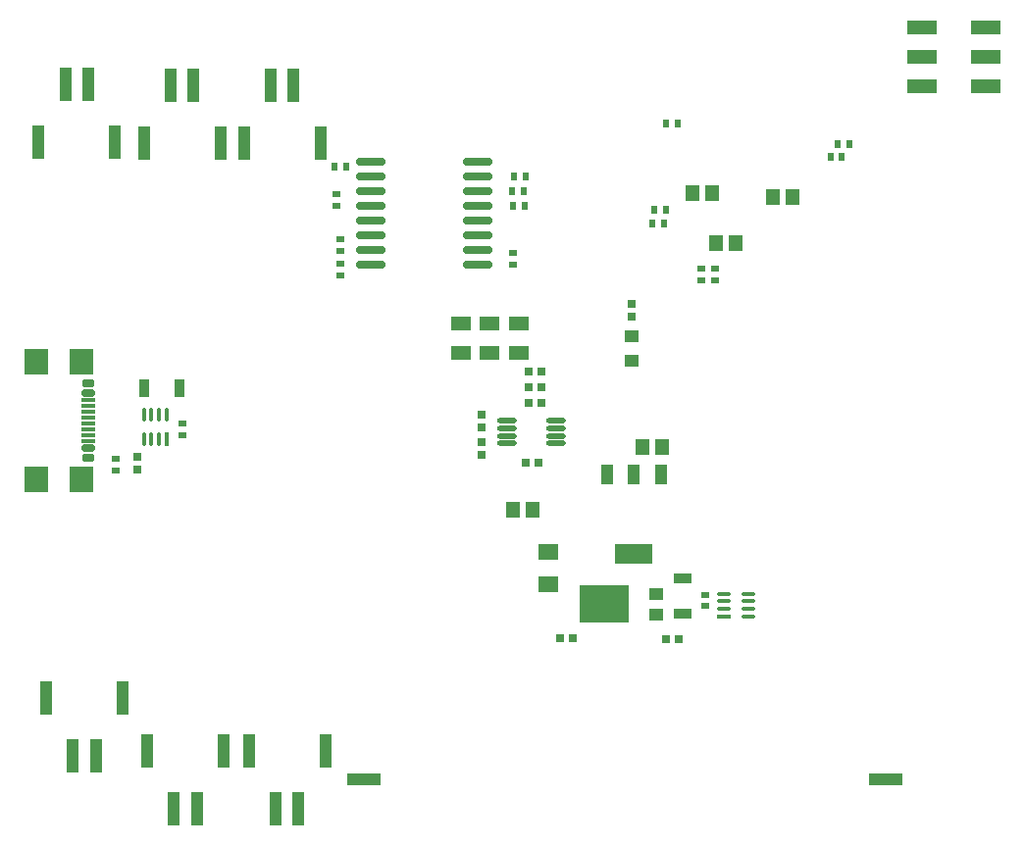
<source format=gbp>
G04*
G04 #@! TF.GenerationSoftware,Altium Limited,Altium Designer,22.1.2 (22)*
G04*
G04 Layer_Color=128*
%FSLAX44Y44*%
%MOMM*%
G71*
G04*
G04 #@! TF.SameCoordinates,580B55D7-DBA2-4C77-87B0-4A933D30A280*
G04*
G04*
G04 #@! TF.FilePolarity,Positive*
G04*
G01*
G75*
%ADD15R,0.7500X0.6500*%
%ADD20R,0.6500X0.7500*%
%ADD21R,0.6400X0.5400*%
%ADD28R,0.3750X1.1565*%
G04:AMPARAMS|DCode=29|XSize=1.1565mm|YSize=0.375mm|CornerRadius=0.1875mm|HoleSize=0mm|Usage=FLASHONLY|Rotation=90.000|XOffset=0mm|YOffset=0mm|HoleType=Round|Shape=RoundedRectangle|*
%AMROUNDEDRECTD29*
21,1,1.1565,0.0000,0,0,90.0*
21,1,0.7815,0.3750,0,0,90.0*
1,1,0.3750,0.0000,0.3908*
1,1,0.3750,0.0000,-0.3908*
1,1,0.3750,0.0000,-0.3908*
1,1,0.3750,0.0000,0.3908*
%
%ADD29ROUNDEDRECTD29*%
%ADD37R,0.5400X0.6400*%
%ADD38R,0.9000X1.6500*%
%ADD43R,1.2000X1.1000*%
%ADD44R,1.8000X1.3500*%
%ADD45R,0.6500X0.5500*%
%ADD46R,0.5500X0.6500*%
%ADD117R,2.5400X1.2700*%
%ADD118R,1.1500X0.3000*%
G04:AMPARAMS|DCode=119|XSize=0.6mm|YSize=1.15mm|CornerRadius=0.15mm|HoleSize=0mm|Usage=FLASHONLY|Rotation=90.000|XOffset=0mm|YOffset=0mm|HoleType=Round|Shape=RoundedRectangle|*
%AMROUNDEDRECTD119*
21,1,0.6000,0.8500,0,0,90.0*
21,1,0.3000,1.1500,0,0,90.0*
1,1,0.3000,0.4250,0.1500*
1,1,0.3000,0.4250,-0.1500*
1,1,0.3000,-0.4250,-0.1500*
1,1,0.3000,-0.4250,0.1500*
%
%ADD119ROUNDEDRECTD119*%
G04:AMPARAMS|DCode=120|XSize=0.6mm|YSize=1.1mm|CornerRadius=0.15mm|HoleSize=0mm|Usage=FLASHONLY|Rotation=90.000|XOffset=0mm|YOffset=0mm|HoleType=Round|Shape=RoundedRectangle|*
%AMROUNDEDRECTD120*
21,1,0.6000,0.8000,0,0,90.0*
21,1,0.3000,1.1000,0,0,90.0*
1,1,0.3000,0.4000,0.1500*
1,1,0.3000,0.4000,-0.1500*
1,1,0.3000,-0.4000,-0.1500*
1,1,0.3000,-0.4000,0.1500*
%
%ADD120ROUNDEDRECTD120*%
%ADD121R,2.0000X2.1800*%
%ADD122R,1.0000X3.0000*%
%ADD123R,3.0000X1.0000*%
%ADD124O,1.7000X0.4500*%
%ADD125R,1.1565X0.3750*%
G04:AMPARAMS|DCode=126|XSize=1.1565mm|YSize=0.375mm|CornerRadius=0.1875mm|HoleSize=0mm|Usage=FLASHONLY|Rotation=0.000|XOffset=0mm|YOffset=0mm|HoleType=Round|Shape=RoundedRectangle|*
%AMROUNDEDRECTD126*
21,1,1.1565,0.0000,0,0,0.0*
21,1,0.7815,0.3750,0,0,0.0*
1,1,0.3750,0.3908,0.0000*
1,1,0.3750,-0.3908,0.0000*
1,1,0.3750,-0.3908,0.0000*
1,1,0.3750,0.3908,0.0000*
%
%ADD126ROUNDEDRECTD126*%
%ADD127R,1.2000X1.4000*%
%ADD128R,1.6500X0.9000*%
%ADD129R,1.7062X1.1544*%
%ADD130O,2.6000X0.7000*%
%ADD131R,1.1500X1.1000*%
%ADD132R,4.3500X3.2000*%
%ADD133R,3.2500X1.7000*%
%ADD134R,1.0000X1.7000*%
D15*
X401643Y353942D02*
D03*
Y364942D02*
D03*
Y330500D02*
D03*
Y341500D02*
D03*
X530583Y461099D02*
D03*
Y450099D02*
D03*
X103884Y317408D02*
D03*
Y328408D02*
D03*
D20*
X452889Y388920D02*
D03*
X441889D02*
D03*
Y375420D02*
D03*
X452889D02*
D03*
X439639Y323920D02*
D03*
X450639D02*
D03*
X441889Y402420D02*
D03*
X452889D02*
D03*
X560500Y171000D02*
D03*
X571500D02*
D03*
X469500Y172000D02*
D03*
X480500D02*
D03*
D21*
X143385Y357525D02*
D03*
Y347525D02*
D03*
X602920Y481406D02*
D03*
Y491406D02*
D03*
X591420Y481406D02*
D03*
Y491406D02*
D03*
X594500Y199670D02*
D03*
Y209670D02*
D03*
X279456Y485448D02*
D03*
Y495448D02*
D03*
X279626Y506904D02*
D03*
Y516904D02*
D03*
X428819Y504674D02*
D03*
Y494674D02*
D03*
X86000Y326616D02*
D03*
Y316616D02*
D03*
D28*
X129342Y344266D02*
D03*
D29*
X122842D02*
D03*
X116342D02*
D03*
X109842D02*
D03*
Y365283D02*
D03*
X116342D02*
D03*
X122842D02*
D03*
X129342D02*
D03*
D37*
X718883Y598906D02*
D03*
X708883D02*
D03*
X712420Y587406D02*
D03*
X702420D02*
D03*
X548587Y530074D02*
D03*
X558587D02*
D03*
X550420Y542406D02*
D03*
X560420D02*
D03*
X570481Y616345D02*
D03*
X560481D02*
D03*
X438861Y545332D02*
D03*
X428861D02*
D03*
D38*
X110345Y388380D02*
D03*
X140845D02*
D03*
D43*
X530868Y432654D02*
D03*
Y411653D02*
D03*
D44*
X458750Y219000D02*
D03*
Y247000D02*
D03*
D45*
X276500Y555250D02*
D03*
Y545250D02*
D03*
D46*
X284250Y579500D02*
D03*
X274250D02*
D03*
X437519Y558130D02*
D03*
X427519D02*
D03*
X439236Y570560D02*
D03*
X429236D02*
D03*
D117*
X781798Y648600D02*
D03*
X836398D02*
D03*
X781798Y674000D02*
D03*
X836398D02*
D03*
X781798Y699400D02*
D03*
X836398D02*
D03*
D118*
X61800Y377500D02*
D03*
Y372500D02*
D03*
Y367500D02*
D03*
Y362500D02*
D03*
Y357500D02*
D03*
Y352500D02*
D03*
Y347500D02*
D03*
Y342500D02*
D03*
D119*
X62000Y384000D02*
D03*
Y336000D02*
D03*
D120*
X62300Y392000D02*
D03*
Y328000D02*
D03*
D121*
X56050Y411100D02*
D03*
Y308900D02*
D03*
X16750Y411100D02*
D03*
Y308900D02*
D03*
D122*
X48459Y70078D02*
D03*
X68459D02*
D03*
X91459Y120078D02*
D03*
X25459D02*
D03*
X135645Y25000D02*
D03*
X155645D02*
D03*
X178645Y75000D02*
D03*
X112645D02*
D03*
X223407Y25000D02*
D03*
X243407D02*
D03*
X266407Y75000D02*
D03*
X200407D02*
D03*
X62062Y650500D02*
D03*
X42062D02*
D03*
X19062Y600500D02*
D03*
X85062D02*
D03*
X152811Y649340D02*
D03*
X132811D02*
D03*
X109811Y599340D02*
D03*
X175811D02*
D03*
X239214Y649340D02*
D03*
X219214D02*
D03*
X196214Y599340D02*
D03*
X262214D02*
D03*
D123*
X750000Y50000D02*
D03*
X300000D02*
D03*
D124*
X465615Y359684D02*
D03*
Y353184D02*
D03*
Y346684D02*
D03*
Y340184D02*
D03*
X423615Y359684D02*
D03*
Y353184D02*
D03*
Y346684D02*
D03*
Y340184D02*
D03*
D125*
X610517Y190920D02*
D03*
D126*
Y197420D02*
D03*
Y203920D02*
D03*
Y210420D02*
D03*
X631534D02*
D03*
Y203920D02*
D03*
Y197420D02*
D03*
Y190920D02*
D03*
D127*
X669480Y553467D02*
D03*
X652480D02*
D03*
X428519Y283052D02*
D03*
X445519D02*
D03*
X557000Y336780D02*
D03*
X540000D02*
D03*
X583484Y556345D02*
D03*
X600484D02*
D03*
X620784Y513388D02*
D03*
X603784D02*
D03*
D128*
X575000Y223580D02*
D03*
Y193080D02*
D03*
D129*
X407854Y418532D02*
D03*
Y444050D02*
D03*
X383618Y418532D02*
D03*
Y444050D02*
D03*
X433617Y418532D02*
D03*
Y444050D02*
D03*
D130*
X305618Y494448D02*
D03*
Y507148D02*
D03*
Y519848D02*
D03*
Y532548D02*
D03*
Y545248D02*
D03*
Y557948D02*
D03*
Y570648D02*
D03*
Y583348D02*
D03*
X397617Y494448D02*
D03*
Y507148D02*
D03*
Y519848D02*
D03*
Y532548D02*
D03*
Y545248D02*
D03*
Y557948D02*
D03*
Y570648D02*
D03*
Y583348D02*
D03*
D131*
X552115Y210124D02*
D03*
Y192624D02*
D03*
D132*
X507615Y201374D02*
D03*
D133*
X533000Y244500D02*
D03*
D134*
X556000Y313500D02*
D03*
X533000D02*
D03*
X510000D02*
D03*
M02*

</source>
